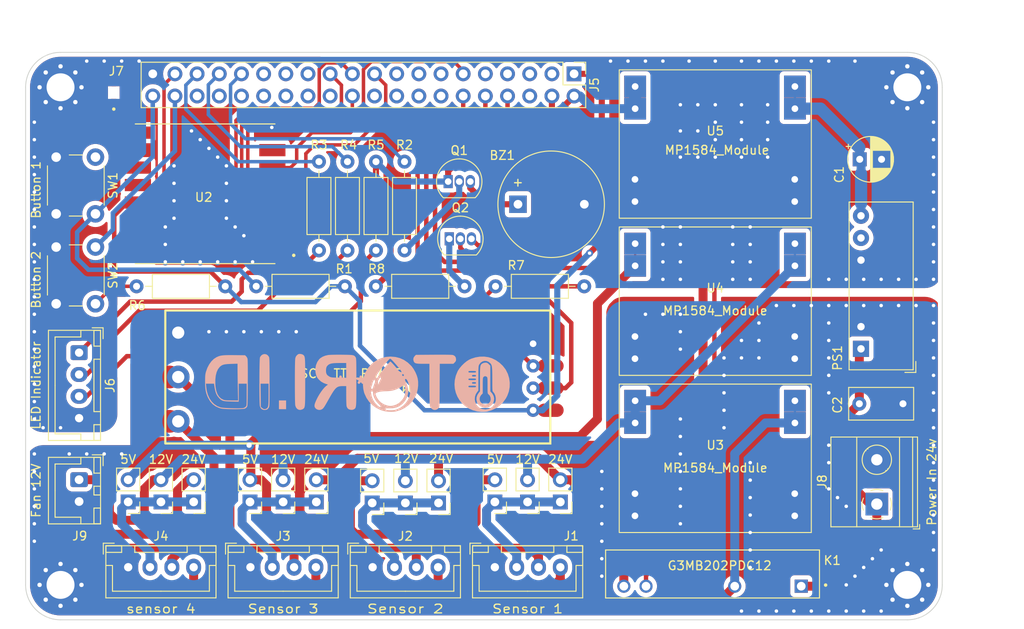
<source format=kicad_pcb>
(kicad_pcb (version 20211014) (generator pcbnew)
  (layers (0 "F.Cu" signal) (31 "B.Cu" signal) (34 "B.Paste" user) (35 "F.Paste" user) (36 "B.SilkS" user "B.Silkscreen") (37 "F.SilkS" user "F.Silkscreen") (38 "B.Mask" user) (39 "F.Mask" user) (44 "Edge.Cuts" user))
  (net 0 "")
  (net 1 "Net-(BZ1-Pad1)")
  (net 2 "Earth")
  (net 3 "GND")
  (net 4 "+24V")
  (net 5 "Net-(J1-Pad2)")
  (net 6 "RS485_B")
  (net 7 "RS485_A")
  (net 8 "Net-(J2-Pad2)")
  (net 9 "Net-(J3-Pad2)")
  (net 10 "Net-(J4-Pad2)")
  (net 11 "+3V3")
  (net 12 "+5VP")
  (net 17 "TX")
  (net 19 "RX")
  (net 20 "RESET")
  (net 21 "Auto_cut")
  (net 28 "MOSI")
  (net 30 "MISO")
  (net 31 "NSS")
  (net 32 "SCK")
  (net 40 "Buzz")
  (net 42 "Button_2")
  (net 44 "Button_1")
  (net 46 "DIO0")
  (net 47 "Led_1")
  (net 48 "Led_2")
  (net 49 "Net-(J6-Pad1)")
  (net 50 "Net-(J6-Pad2)")
  (net 51 "Net-(J6-Pad3)")
  (net 52 "Net-(AE1-Pad1)")
  (net 53 "VCC")
  (net 54 "+12V")
  (net 55 "+5V")
  (net 56 "Net-(K1-Pad3)")
  (net 58 "Net-(Q1-Pad2)")
  (net 59 "Net-(Q2-Pad1)")
  (net 60 "Net-(Q2-Pad2)")
  (net 66 "24V_System")
  (footprint "MP1584_module:mo" (layer "F.Cu") (at 189 99 180)
    (fp_text reference "U4")
    (fp_text value "MP1584_Module")
  )
  (footprint "Resistor_THT:R_Axial_DIN0207_L6.3mm_D2.5mm_P10.16mm_Horizontal" (layer "F.Cu") (at 153.4 82.52 -90)
    (fp_text reference "R2")
    (fp_text value "2K")
  )
  (footprint "Capacitor_THT:CP_Radial_D5.0mm_P2.50mm" (layer "F.Cu") (at 205.544888 82.25)
    (fp_text reference "C1")
    (fp_text value "2.2uF")
  )
  (footprint "Connector_PinHeader_2.54mm:PinHeader_1x02_P2.54mm_Vertical" (layer "F.Cu") (at 135.7 121.5 180)
    (fp_text reference "JP9" hide)
    (fp_text value "5V")
  )
  (footprint "Button_Switch_THT:SW_PUSH_6mm_H5mm" (layer "F.Cu") (at 118 92.3 -90)
    (fp_text reference "SW2")
    (fp_text value "Button 2")
  )
  (footprint "Resistor_THT:R_Axial_DIN0207_L6.3mm_D2.5mm_P10.16mm_Horizontal" (layer "F.Cu") (at 173.986668 96.8 180)
    (fp_text reference "R7")
    (fp_text value "1K")
  )
  (footprint "MountingHole:MountingHole_3.2mm_M3_Pad_Via" (layer "F.Cu") (at 211 74)
    (fp_text reference "H4" hide)
    (fp_text value "MountingHole_Pad")
  )
  (footprint "Lib_Kicad:LINX_CONMHF4-SMD-G-T" (layer "F.Cu") (at 120.1 74.626)
    (fp_text reference "J7")
    (fp_text value "CONMHF4-SMD-G-T")
  )
  (footprint "Resistor_THT:R_Axial_DIN0207_L6.3mm_D2.5mm_P10.16mm_Horizontal" (layer "F.Cu") (at 136.413334 96.8)
    (fp_text reference "R1")
    (fp_text value "10K")
  )
  (footprint "MP1584_module:mo" (layer "F.Cu") (at 189 81 180)
    (fp_text reference "U5")
    (fp_text value "MP1584_Module")
  )
  (footprint "Connector_JST:JST_XH_B4B-XH-A_1x04_P2.50mm_Vertical" (layer "F.Cu") (at 116.125 104.4 -90)
    (fp_text reference "J6")
    (fp_text value "LED Indicator")
  )
  (footprint "Connector_JST:JST_XH_B4B-XH-A_1x04_P2.50mm_Vertical" (layer "F.Cu") (at 121.75 128.975)
    (fp_text reference "J4")
    (fp_text value "sensor 4")
  )
  (footprint "Resistor_THT:R_Axial_DIN0207_L6.3mm_D2.5mm_P10.16mm_Horizontal" (layer "F.Cu") (at 150.12 96.8)
    (fp_text reference "R8")
    (fp_text value "220")
  )
  (footprint "Connector_JST:JST_XH_B2B-XH-A_1x02_P2.50mm_Vertical" (layer "F.Cu") (at 116.125 118.95 -90)
    (fp_text reference "J9")
    (fp_text value "Fan 12V")
  )
  (footprint "SCM_RS485:SCM_TTL_RS485" (layer "F.Cu") (at 153.8 107.8 180)
    (fp_text reference "U1")
    (fp_text value "SCM_TTL_RS485")
  )
  (footprint "Connector_PinHeader_2.54mm:PinHeader_1x02_P2.54mm_Vertical" (layer "F.Cu") (at 153.5 121.6125 180)
    (fp_text reference "JP11" hide)
    (fp_text value "12V")
  )
  (footprint "TerminalBlock_Phoenix:TerminalBlock_Phoenix_MKDS-1,5-2-5.08_1x02_P5.08mm_Horizontal" (layer "F.Cu") (at 207.505 121.745 90)
    (fp_text reference "J8")
    (fp_text value "Power In 24v")
  )
  (footprint "Button_Switch_THT:SW_PUSH_6mm_H5mm" (layer "F.Cu") (at 118 82 -90)
    (fp_text reference "SW1")
    (fp_text value "Button 1")
  )
  (footprint "Connector_PinHeader_2.54mm:PinHeader_1x02_P2.54mm_Vertical" (layer "F.Cu") (at 139.5 121.5 180)
    (fp_text reference "JP8" hide)
    (fp_text value "12V")
  )
  (footprint "Converter_DCDC:Converter_DCDC_XP_POWER-IHxxxxSH_THT" (layer "F.Cu") (at 205.69 103.96 180)
    (fp_text reference "PS1")
    (fp_text value "B2424s")
  )
  (footprint "Connector_PinHeader_2.54mm:PinHeader_1x02_P2.54mm_Vertical" (layer "F.Cu") (at 129.25 121.495 180)
    (fp_text reference "JP4" hide)
    (fp_text value "24V")
  )
  (footprint "MountingHole:MountingHole_3.2mm_M3_Pad_Via" (layer "F.Cu") (at 211 131)
    (fp_text reference "H3" hide)
    (fp_text value "MountingHole_Pad")
  )
  (footprint "Connector_PinHeader_2.54mm:PinHeader_1x02_P2.54mm_Vertical" (layer "F.Cu") (at 171.25 121.5 180)
    (fp_text reference "JP1" hide)
    (fp_text value "24V")
  )
  (footprint "Package_TO_SOT_THT:TO-92_Inline" (layer "F.Cu") (at 158.4 84.8)
    (fp_text reference "Q1")
    (fp_text value "BC548")
  )
  (footprint "Resistor_THT:R_Axial_DIN0207_L6.3mm_D2.5mm_P10.16mm_Horizontal" (layer "F.Cu") (at 146.866666 82.52 -90)
    (fp_text reference "R4")
    (fp_text value "220")
  )
  (footprint "Connector_JST:JST_XH_B4B-XH-A_1x04_P2.50mm_Vertical" (layer "F.Cu") (at 135.75 128.975)
    (fp_text reference "J3")
    (fp_text value "Sensor 3")
  )
  (footprint "Connector_PinHeader_2.54mm:PinHeader_2x20_P2.54mm_Vertical" (layer "F.Cu") (at 172.825 72.46 -90)
    (fp_text reference "J5")
    (fp_text value "Asus_Tinkerboard_sR2.0")
  )
  (footprint "Resistor_THT:R_Axial_DIN0207_L6.3mm_D2.5mm_P10.16mm_Horizontal" (layer "F.Cu") (at 150.133332 82.52 -90)
    (fp_text reference "R5")
    (fp_text value "220")
  )
  (footprint "MountingHole:MountingHole_3.2mm_M3_Pad_Via" (layer "F.Cu") (at 114 131)
    (fp_text reference "H2" hide)
    (fp_text value "MountingHole_Pad")
  )
  (footprint "Connector_PinHeader_2.54mm:PinHeader_1x02_P2.54mm_Vertical" (layer "F.Cu") (at 167.5 121.5 180)
    (fp_text reference "JP2" hide)
    (fp_text value "12V")
  )
  (footprint "Connector_PinHeader_2.54mm:PinHeader_1x02_P2.54mm_Vertical" (layer "F.Cu") (at 143.3 121.5 180)
    (fp_text reference "JP7" hide)
    (fp_text value "24V")
  )
  (footprint "Lib_Kicad:XCVR_RFM95W-915S2" (layer "F.Cu") (at 130.5625 86.2 180)
    (fp_text reference "U2")
    (fp_text value "RFM95W-915S2")
  )
  (footprint "Connector_PinHeader_2.54mm:PinHeader_1x02_P2.54mm_Vertical" (layer "F.Cu") (at 125.5 121.495 180)
    (fp_text reference "JP5" hide)
    (fp_text value "12V")
  )
  (footprint "Lib_Kicad:RELAY_G3MB202PDC12" (layer "F.Cu") (at 188.6855 129.75 180)
    (fp_text reference "K1")
    (fp_text value "G3MB202PDC12")
  )
  (footprint "MP1584_module:mo" (layer "F.Cu") (at 189 117 180)
    (fp_text reference "U3")
    (fp_text value "MP1584_Module")
  )
  (footprint "Resistor_THT:R_Axial_DIN0207_L6.3mm_D2.5mm_P10.16mm_Horizontal" (layer "F.Cu") (at 122.706668 96.8)
    (fp_text reference "R6")
    (fp_text value "10K")
  )
  (footprint "Connector_PinHeader_2.54mm:PinHeader_1x02_P2.54mm_Vertical" (layer "F.Cu") (at 157.3 121.6125 180)
    (fp_text reference "JP10" hide)
    (fp_text value "24V")
  )
  (footprint "Connector_JST:JST_XH_B4B-XH-A_1x04_P2.50mm_Vertical" (layer "F.Cu") (at 149.75 128.975)
    (fp_text reference "J2")
    (fp_text value "Sensor 2")
  )
  (footprint "MountingHole:MountingHole_3.2mm_M3_Pad_Via" (layer "F.Cu") (at 114 74)
    (fp_text reference "H1" hide)
    (fp_text value "MountingHole_Pad")
  )
  (footprint "Connector_PinHeader_2.54mm:PinHeader_1x02_P2.54mm_Vertical" (layer "F.Cu") (at 149.7 121.6125 180)
    (fp_text reference "JP12" hide)
    (fp_text value "5V")
  )
  (footprint "Connector_PinHeader_2.54mm:PinHeader_1x02_P2.54mm_Vertical" (layer "F.Cu") (at 121.75 121.495 180)
    (fp_text reference "JP6" hide)
    (fp_text value "5V")
  )
  (footprint "Connector_JST:JST_XH_B4B-XH-A_1x04_P2.50mm_Vertical" (layer "F.Cu") (at 163.75 128.975)
    (fp_text reference "J1")
    (fp_text value "Sensor 1")
  )
  (footprint "Connector_PinHeader_2.54mm:PinHeader_1x02_P2.54mm_Vertical" (layer "F.Cu") (at 163.75 121.5 180)
    (fp_text reference "JP3" hide)
    (fp_text value "5V")
  )
  (footprint "Capacitor_THT:C_Rect_L7.2mm_W3.5mm_P5.00mm_FKS2_FKP2_MKS2_MKP2" (layer "F.Cu") (at 205.5 110.25)
    (fp_text reference "C2")
    (fp_text value "100nF")
  )
  (footprint "Resistor_THT:R_Axial_DIN0207_L6.3mm_D2.5mm_P10.16mm_Horizontal" (layer "F.Cu") (at 143.6 82.52 -90)
    (fp_text reference "R3")
    (fp_text value "220")
  )
  (footprint "Buzzer_Beeper:Buzzer_12x9.5RM7.6" (layer "F.Cu") (at 166.4 87.4)
    (fp_text reference "BZ1")
    (fp_text value "Buzzer")
  )
  (footprint "Package_TO_SOT_THT:TO-92_Inline" (layer "F.Cu") (at 158.53 91.36)
    (fp_text reference "Q2")
    (fp_text value "BC548")
  )
  (footprint "Lib_Kicad:otori_logo" (layer "B.Cu") (at 148 108 180)
    (fp_text reference "G***")
    (fp_text value "LOGO" hide)
  )
  (gr_arc (start 215 131) (mid 213.828427 133.828427) (end 211 135) (layer "Edge.Cuts") (width 0.1))
  (gr_arc (start 110 74) (mid 111.171573 71.171573) (end 114 70) (layer "Edge.Cuts") (width 0.1))
  (gr_line (start 215 131) (end 215 74) (layer "Edge.Cuts") (width 0.1))
  (gr_arc (start 114 135) (mid 111.171573 133.828427) (end 110 131) (layer "Edge.Cuts") (width 0.1))
  (gr_line (start 114 135) (end 211 135) (layer "Edge.Cuts") (width 0.1))
  (gr_line (start 110 74) (end 110 131) (layer "Edge.Cuts") (width 0.1))
  (gr_arc (start 211 70) (mid 213.828427 71.171573) (end 215 74) (layer "Edge.Cuts") (width 0.1))
  (gr_line (start 211 70) (end 114 70) (layer "Edge.Cuts") (width 0.1))
  (segment (start 160.94 85.54) (end 162.8 87.4) (width 0.7) (layer "F.Cu") (net 1))
  (segment (start 160.94 84.8) (end 160.94 85.54) (width 0.7) (layer "F.Cu") (net 1))
  (segment (start 162.8 87.4) (end 166.4 87.4) (width 0.7) (layer "F.Cu") (net 1))
  (segment (start 185.2 127) (end 187.6 124.6) (width 1.024) (layer "F.Cu") (net 2))
  (segment (start 187.6 124.6) (end 187.6 88.6) (width 1.024) (layer "F.Cu") (net 2))
  (segment (start 178.5255 131.15) (end 178.5255 129.0745) (width 1.024) (layer "F.Cu") (net 2))
  (segment (start 180.6 127) (end 185.2 127) (width 1.024) (layer "F.Cu") (net 2))
  (segment (start 186.09 87.09) (end 179.8 87.09) (width 1.024) (layer "F.Cu") (net 2))
  (segment (start 187.6 88.6) (end 186.09 87.09) (width 1.024) (layer "F.Cu") (net 2))
  (segment (start 178.5255 129.0745) (end 180.6 127) (width 1.024) (layer "F.Cu") (net 2))
  (via (at 206 96) (size 0.8) (drill 0.4) (layers "F.Cu" "B.Cu") (net 2))
  (via (at 193 94) (size 0.8) (drill 0.4) (layers "F.Cu" "B.Cu") (net 2))
  (via (at 127 85) (size 0.8) (drill 0.4) (layers "F.Cu" "B.Cu") (net 2))
  (via (at 191 92) (size 0.8) (drill 0.4) (layers "F.Cu" "B.Cu") (net 2))
  (via (at 126 94) (size 0.8) (drill 0.4) (layers "F.Cu" "B.Cu") (net 2))
  (via (at 138.2 78.6) (size 0.8) (drill 0.4) (layers "F.Cu" "B.Cu") (net 2))
  (via (at 133 83) (size 0.8) (drill 0.4) (layers "F.Cu" "B.Cu") (net 2))
  (via (at 195 82) (size 0.8) (drill 0.4) (layers "F.Cu" "B.Cu") (net 2))
  (via (at 212 96) (size 0.8) (drill 0.4) (layers "F.Cu" "B.Cu") (net 2))
  (via (at 189 82) (size 0.8) (drill 0.4) (layers "F.Cu" "B.Cu") (net 2))
  (via (at 128 94) (size 0.8) (drill 0.4) (layers "F.Cu" "B.Cu") (net 2))
  (via (at 194 71) (size 0.8) (drill 0.4) (layers "F.Cu" "B.Cu") (net 2))
  (via (at 132 82) (size 0.8) (drill 0.4) (layers "F.Cu" "B.Cu") (net 2))
  (via (at 134 90) (size 0.8) (drill 0.4) (layers "F.Cu" "B.Cu") (net 2))
  (via (at 111 108) (size 0.8) (drill 0.4) (layers "F.Cu" "B.Cu") (net 2))
  (via (at 127 89) (size 0.8) (drill 0.4) (layers "F.Cu" "B.Cu") (net 2))
  (via (at 123 71) (size 0.8) (drill 0.4) (layers "F.Cu" "B.Cu") (net 2))
  (via (at 195 78) (size 0.8) (drill 0.4) (layers "F.Cu" "B.Cu") (net 2))
  (via (at 119 71) (size 0.8) (drill 0.4) (layers "F.Cu" "B.Cu") (net 2))
  (via (at 214 86) (size 0.8) (drill 0.4) (layers "F.Cu" "B.Cu") (net 2))
  (via (at 193 92) (size 0.8) (drill 0.4) (layers "F.Cu" "B.Cu") (net 2))
  (via (at 132 94) (size 0.8) (drill 0.4) (layers "F.Cu" "B.Cu") (net 2))
  (via (at 214 88) (size 0.8) (drill 0.4) (layers "F.Cu" "B.Cu") (net 2))
  (via (at 133 87) (size 0.8) (drill 0.4) (layers "F.Cu" "B.Cu") (net 2))
  (via (at 111 92) (size 0.8) (drill 0.4) (layers "F.Cu" "B.Cu") (net 2))
  (via (at 189 71) (size 0.8) (drill 0.4) (layers "F.Cu" "B.Cu") (net 2))
  (via (at 208 96) (size 0.8) (drill 0.4) (layers "F.Cu" "B.Cu") (net 2))
  (via (at 214 80) (size 0.8) (drill 0.4) (layers "F.Cu" "B.Cu") (net 2))
  (via (at 130 80) (size 0.8) (drill 0.4) (layers "F.Cu" "B.Cu") (net 2))
  (via (at 111 80) (size 0.8) (drill 0.4) (layers "F.Cu" "B.Cu") (net 2))
  (via (at 127 83) (size 0.8) (drill 0.4) (layers "F.Cu" "B.Cu") (net 2))
  (via (at 111 102) (size 0.8) (drill 0.4) (layers "F.Cu" "B.Cu") (net 2))
  (via (at 111 112) (size 0.8) (drill 0.4) (layers "F.Cu" "B.Cu") (net 2))
  (via (at 111 96) (size 0.8) (drill 0.4) (layers "F.Cu" "B.Cu") (net 2))
  (via (at 121 71) (size 0.8) (drill 0.4) (layers "F.Cu" "B.Cu") (net 2))
  (via (at 191 90) (size 0.8) (drill 0.4) (layers "F.Cu" "B.Cu") (net 2))
  (via (at 198 71) (size 0.8) (drill 0.4) (layers "F.Cu" "B.Cu") (net 2))
  (via (at 202 71) (size 0.8) (drill 0.4) (layers "F.Cu" "B.Cu") (net 2))
  (via (at 133 85) (size 0.8) (drill 0.4) (layers "F.Cu" "B.Cu") (net 2))
  (via (at 214 84) (size 0.8) (drill 0.4) (layers "F.Cu" "B.Cu") (net 2))
  (via (at 189 78) (size 0.8) (drill 0.4) (layers "F.Cu" "B.Cu") (net 2))
  (via (at 177 71) (size 0.8) (drill 0.4) (layers "F.Cu" "B.Cu") (net 2))
  (via (at 195 76) (size 0.8) (drill 0.4) (layers "F.Cu" "B.Cu") (net 2))
  (via (at 210 96) (size 0.8) (drill 0.4) (layers "F.Cu" "B.Cu") (net 2))
  (via (at 111 110) (size 0.8) (drill 0.4) (layers "F.Cu" "B.Cu") (net 2))
  (via (at 191 96) (size 0.8) (drill 0.4) (layers "F.Cu" "B.Cu") (net 2))
  (via (at 126 92) (size 0.8) (drill 0.4) (layers "F.Cu" "B.Cu") (net 2))
  (via (at 214 96) (size 0.8) (drill 0.4) (layers "F.Cu" "B.Cu") (net 2))
  (via (at 192 76) (size 0.8) (drill 0.4) (layers "F.Cu" "B.Cu") (net 2))
  (via (at 183 92) (size 0.8) (drill 0.4) (layers "F.Cu" "B.Cu") (net 2))
  (via (at 111 88) (size 0.8) (drill 0.4) (layers "F.Cu" "B.Cu") (net 2))
  (via (at 187 79) (size 0.8) (drill 0.4) (layers "F.Cu" "B.Cu") (net 2))
  (via (at 111 98) (size 0.8) (drill 0.4) (layers "F.Cu" "B.Cu") (net 2))
  (via (at 186 71) (size 0.8) (drill 0.4) (layers "F.Cu" "B.Cu") (net 2))
  (via (at 185 92) (size 0.8) (drill 0.4) (layers "F.Cu" "B.Cu") (net 2))
  (via (at 181 71) (size 0.8) (drill 0.4) (layers "F.Cu" "B.Cu") (net 2))
  (via (at 193 96) (size 0.8) (drill 0.4) (layers "F.Cu" "B.Cu") (net 2))
  (via (at 111 100) (size 0.8) (drill 0.4) (layers "F.Cu" "B.Cu") (net 2))
  (via (at 131 81) (size 0.8) (drill 0.4) (layers "F.Cu" "B.Cu") (net 2))
  (via (at 185 82) (size 0.8) (drill 0.4) (layers "F.Cu" "B.Cu") (net 2))
  (via (at 192 71) (size 0.8) (drill 0.4) (layers "F.Cu" "B.Cu") (net 2))
  (via (at 187 82) (size 0.8) (drill 0.4) (layers "F.Cu" "B.Cu") (net 2))
  (via (at 130 94) (size 0.8) (drill 0.4) (layers "F.Cu" "B.Cu") (net 2))
  (via (at 214 90) (size 0.8) (drill 0.4) (layers "F.Cu" "B.Cu") (net 2))
  (via (at 185 79) (size 0.8) (drill 0.4) (layers "F.Cu" "B.Cu") (net 2))
  (via (at 135 91) (size 0.8) (drill 0.4) (layers "F.Cu" "B.Cu") (net 2))
  (via (at 214 92) (size 0.8) (drill 0.4) (layers "F.Cu" "B.Cu") (net 2))
  (via (at 133 89) (size 0.8) (drill 0.4) (layers "F.Cu" "B.Cu") (net 2))
  (via (at 126 90) (size 0.8) (drill 0.4) (layers "F.Cu" "B.Cu") (net 2))
  (via (at 192 80) (size 0.8) (drill 0.4) (layers "F.Cu" "B.Cu") (net 2))
  (via (at 136 94) (size 0.8) (drill 0.4) (layers "F.Cu" "B.Cu") (net 2))
  (via (at 134 94) (size 0.8) (drill 0.4) (layers "F.Cu" "B.Cu") (net 2))
  (via (at 214 82) (size 0.8) (drill 0.4) (layers "F.Cu" "B.Cu") (net 2))
  (via (at 204 96) (size 0.8) (drill 0.4) (layers "F.Cu" "B.Cu") (net 2))
  (via (at 185 76) (size 0.8) (drill 0.4) (layers "F.Cu" "B.Cu") (net 2))
  (via (at 127 87) (size 0.8) (drill 0.4) (layers "F.Cu" "B.Cu") (net 2))
  (via (at 112 113) (size 0.8) (drill 0.4) (layers "F.Cu" "B.Cu") (net 2))
  (via (at 214 78) (size 0.8) (drill 0.4) (layers "F.Cu" "B.Cu") (net 2))
  (via (at 185 96) (size 0.8) (drill 0.4) (layers "F.Cu" "B.Cu") (net 2))
  (via (at 185 90) (size 0.8) (drill 0.4) (layers "F.Cu" "B.Cu") (net 2))
  (via (at 200 71) (size 0.8) (drill 0.4) (layers "F.Cu" "B.Cu") (net 2))
  (via (at 114 113) (size 0.8) (drill 0.4) (layers "F.Cu" "B.Cu") (net 2))
  (via (at 183 90) (size 0.8) (drill 0.4) (layers "F.Cu" "B.Cu") (net 2))
  (via (at 187 76) (size 0.8) (drill 0.4) (layers "F.Cu" "B.Cu") (net 2))
  (via (at 179 71) (size 0.8) (drill 0.4) (layers "F.Cu" "B.Cu") (net 2))
  (via (at 214 94) (size 0.8) (drill 0.4) (layers "F.Cu" "B.Cu") (net 2))
  (via (at 183 94) (size 0.8) (drill 0.4) (layers "F.Cu" "B.Cu") (net 2))
  (via (at 189 80) (size 0.8) (drill 0.4) (layers "F.Cu" "B.Cu") (net 2))
  (via (at 195 80) (size 0.8) (drill 0.4) (layers "F.Cu" "B.Cu") (net 2))
  (via (at 111 104) (size 0.8) (drill 0.4) (layers "F.Cu" "B.Cu") (net 2))
  (via (at 111 78) (size 0.8) (drill 0.4) (layers "F.Cu" "B.Cu") (net 2))
  (via (at 192 78) (size 0.8) (drill 0.4) (layers "F.Cu" "B.Cu") (net 2))
  (via (at 111 94) (size 0.8) (drill 0.4) (layers "F.Cu" "B.Cu") (net 2))
  (via (at 111 90) (size 0.8) (drill 0.4) (layers "F.Cu" "B.Cu") (net 2))
  (via (at 191 94) (size 0.8) (drill 0.4) (layers "F.Cu" "B.Cu") (net 2))
  (via (at 202 96) (size 0.8) (drill 0.4) (layers "F.Cu" "B.Cu") (net 2))
  (via (at 185 94) (size 0.8) (drill 0.4) (layers "F.Cu" "B.Cu") (net 2))
  (via (at 117 71) (size 0.8) (drill 0.4) (layers "F.Cu" "B.Cu") (net 2))
  (via (at 189 76) (size 0.8) (drill 0.4) (layers "F.Cu" "B.Cu") (net 2))
  (via (at 192 82) (size 0.8) (drill 0.4) (layers "F.Cu" "B.Cu") (net 2))
  (via (at 205 71) (size 0.8) (drill 0.4) (layers "F.Cu" "B.Cu") (net 2))
  (via (at 111 84) (size 0.8) (drill 0.4) (layers "F.Cu" "B.Cu") (net 2))
  (via (at 193 90) (size 0.8) (drill 0.4) (layers "F.Cu" "B.Cu") (net 2))
  (via (at 111 86) (size 0.8) (drill 0.4) (layers "F.Cu" "B.Cu") (net 2))
  (via (at 183 96) (size 0.8) (drill 0.4) (layers "F.Cu" "B.Cu") (net 2))
  (via (at 196 71) (size 0.8) (drill 0.4) (layers "F.Cu" "B.Cu") (net 2))
  (via (at 111 106) (size 0.8) (drill 0.4) (layers "F.Cu" "B.Cu") (net 2))
  (via (at 129 79) (size 0.8) (drill 0.4) (layers "F.Cu" "B.Cu") (net 2))
  (via (at 183 71) (size 0.8) (drill 0.4) (layers "F.Cu" "B.Cu") (net 2))
  (via (at 111 82) (size 0.8) (drill 0.4) (layers "F.Cu" "B.Cu") (net 2))
  (via (at 194 101) (size 0.8) (drill 0.4) (layers "F.Cu" "B.Cu") (net 3))
  (via (at 204 122) (size 0.8) (drill 0.4) (layers "F.Cu" "B.Cu") (net 3))
  (via (at 185 122) (size 0.8) (drill 0.4) (layers "F.Cu" "B.Cu") (net 3))
  (via (at 193 119) (size 0.8) (drill 0.4) (layers "F.Cu" "B.Cu") (net 3))
  (via (at 202 107) (size 0.8) (drill 0.4) (layers "F.Cu" "B.Cu") (net 3))
  (via (at 185 120) (size 0.8) (drill 0.4) (layers "F.Cu" "B.Cu") (net 3))
  (via (at 135 102) (size 0.8) (drill 0.4) (layers "F.Cu" "B.Cu") (net 3))
  (via (at 133 102) (size 0.8) (drill 0.4) (layers "F.Cu" "B.Cu") (net 3))
  (via (at 214 111) (size 0.8) (drill 0.4) (layers "F.Cu" "B.Cu") (net 3))
  (via (at 176 124) (size 0.8) (drill 0.4) (layers "F.Cu" "B.Cu") (net 3))
  (via (at 176 122) (size 0.8) (drill 0.4) (layers "F.Cu" "B.Cu") (net 3))
  (via (at 202 101) (size 0.8) (drill 0.4) (layers "F.Cu" "B.Cu") (net 3))
  (via (at 202 115) (size 0.8) (drill 0.4) (layers "F.Cu" "B.Cu") (net 3))
  (via (at 203 121) (size 0.8) (drill 0.4) (layers "F.Cu" "B.Cu") (net 3))
  (via (at 194 105) (size 0.8) (drill 0.4) (layers "F.Cu" "B.Cu") (net 3))
  (via (at 176 130) (size 0.8) (drill 0.4) (layers "F.Cu" "B.Cu") (net 3))
  (via (at 202 99) (size 0.8) (drill 0.4) (layers "F.Cu" "B.Cu") (net 3))
  (via (at 185 104) (size 0.8) (drill 0.4) (layers "F.Cu" "B.Cu") (net 3))
  (via (at 198 99) (size 0.8) (drill 0.4) (layers "F.Cu" "B.Cu") (net 3))
  (via (at 176 128) (size 0.8) (drill 0.4) (layers "F.Cu" "B.Cu") (net 3))
  (via (at 214 101) (size 0.8) (drill 0.4) (layers "F.Cu" "B.Cu") (net 3))
  (via (at 214 119) (size 0.8) (drill 0.4) (layers "F.Cu" "B.Cu") (net 3))
  (via (at 214 115) (size 0.8) (drill 0.4) (layers "F.Cu" "B.Cu") (net 3))
  (via (at 111 126) (size 0.8) (drill 0.4) (layers "F.Cu" "B.Cu") (net 3))
  (via (at 202 103) (size 0.8) (drill 0.4) (layers "F.Cu" "B.Cu") (net 3))
  (via (at 196 99) (size 0.8) (drill 0.4) (layers "F.Cu" "B.Cu") (net 3))
  (via (at 214 105) (size 0.8) (drill 0.4) (layers "F.Cu" "B.Cu") (net 3))
  (via (at 202 120) (size 0.8) (drill 0.4) (layers "F.Cu" "B.Cu") (net 3))
  (via (at 214 107) (size 0.8) (drill 0.4) (layers "F.Cu" "B.Cu") (net 3))
  (via (at 111 124) (size 0.8) (drill 0.4) (layers "F.Cu" "B.Cu") (net 3))
  (via (at 192 134) (size 0.8) (drill 0.4) (layers "F.Cu" "B.Cu") (net 3))
  (via (at 141 102) (size 0.8) (drill 0.4) (layers "F.Cu" "B.Cu") (net 3))
  (via (at 214 113) (size 0.8) (drill 0.4) (layers "F.Cu" "B.Cu") (net 3))
  (via (at 204 99) (size 0.8) (drill 0.4) (layers "F.Cu" "B.Cu") (net 3))
  (via (at 207 128) (size 0.8) (drill 0.4) (layers "F.Cu" "B.Cu") (net 3))
  (via (at 176 126) (size 0.8) (drill 0.4) (layers "F.Cu" "B.Cu") (net 3))
  (via (at 206 134) (size 0.8) (drill 0.4) (layers "F.Cu" "B.Cu") (net 3))
  (via (at 185 118) (size 0.8) (drill 0.4) (layers "F.Cu" "B.Cu") (net 3))
  (via (at 206 129) (size 0.8) (drill 0.4) (layers "F.Cu" "B.Cu") (net 3))
  (via (at 190 111) (size 0.8) (drill 0.4) (layers "F.Cu" "B.Cu") (net 3))
  (via (at 214 117) (size 0.8) (drill 0.4) (layers "F.Cu" "B.Cu") (net 3))
  (via (at 131 102) (size 0.8) (drill 0.4) (layers "F.Cu" "B.Cu") (net 3))
  (via (at 205 130) (size 0.8) (drill 0.4) (layers "F.Cu" "B.Cu") (net 3))
  (via (at 198 134) (size 0.8) (drill 0.4) (layers "F.Cu" "B.Cu") (net 3))
  (via (at 214 99) (size 0.8) (drill 0.4) (layers "F.Cu" "B.Cu") (net 3))
  (via (at 208 134) (size 0.8) (drill 0.4) (layers "F.Cu" "B.Cu") (net 3))
  (via (at 190 109) (size 0.8) (drill 0.4) (layers "F.Cu" "B.Cu") (net 3))
  (via (at 190 113) (size 0.8) (drill 0.4) (layers "F.Cu" "B.Cu") (net 3))
  (via (at 214 127) (size 0.8) (drill 0.4) (layers "F.Cu" "B.Cu") (net 3))
  (via (at 139 102) (size 0.8) (drill 0.4) (layers "F.Cu" "B.Cu") (net 3))
  (via (at 202 105) (size 0.8) (drill 0.4) (layers "F.Cu" "B.Cu") (net 3))
  (via (at 111 120) (size 0.8) (drill 0.4) (layers "F.Cu" "B.Cu") (net 3))
  (via (at 214 121) (size 0.8) (drill 0.4) (layers "F.Cu" "B.Cu") (net 3))
  (via (at 111 122) (size 0.8) (drill 0.4) (layers "F.Cu" "B.Cu") (net 3))
  (via (at 119 116) (size 0.8) (drill 0.4) (layers "F.Cu" "B.Cu") (net 3))
  (via (at 185 116) (size 0.8) (drill 0.4) (layers "F.Cu" "B.Cu") (net 3))
  (via (at 193 123) (size 0.8) (drill 0.4) (layers "F.Cu" "B.Cu") (net 3))
  (via (at 185 114) (size 0.8) (drill 0.4) (layers "F.Cu" "B.Cu") (net 3))
  (via (at 185 100) (size 0.8) (drill 0.4) (layers "F.Cu" "B.Cu") (net 3))
  (via (at 185 112) (size 0.8) (drill 0.4) (layers "F.Cu" "B.Cu") (net 3))
  (via (at 193 121) (size 0.8) (drill 0.4) (layers "F.Cu" "B.Cu") (net 3))
  (via (at 185 124) (size 0.8) (drill 0.4) (layers "F.Cu" "B.Cu") (net 3))
  (via (at 214 125) (size 0.8) (drill 0.4) (layers "F.Cu" "B.Cu") (net 3))
  (via (at 115 116) (size 0.8) (drill 0.4) (layers "F.Cu" "B.Cu") (net 3))
  (via (at 121 116) (size 0.8) (drill 0.4) (layers "F.Cu" "B.Cu") (net 3))
  (via (at 137 102) (size 0.8) (drill 0.4) (layers "F.Cu" "B.Cu") (net 3))
  (via (at 176 120) (size 0.8) (drill 0.4) (layers "F.Cu" "B.Cu") (net 3))
  (via (at 214 109) (size 0.8) (drill 0.4) (layers "F.Cu" "B.Cu") (net 3))
  (via (at 202 109) (size 0.8) (drill 0.4) (layers "F.Cu" "B.Cu") (net 3))
  (via (at 176 118) (size 0.8) (drill 0.4) (layers "F.Cu" "B.Cu") (net 3))
  (via (at 206 99) (size 0.8) (drill 0.4) (layers "F.Cu" "B.Cu") (net 3))
  (via (at 202 134) (size 0.8) (drill 0.4) (layers "F.Cu" "B.Cu") (net 3))
  (via (at 214 103) (size 0.8) (drill 0.4) (layers "F.Cu" "B.Cu") (net 3))
  (via (at 204 131) (size 0.8) (drill 0.4) (layers "F.Cu" "B.Cu") (net 3))
  (via (at 193 129) (size 0.8) (drill 0.4) (layers "F.Cu" "B.Cu") (net 3))
  (via (at 194 134) (size 0.8) (drill 0.4) (layers "F.Cu" "B.Cu") (net 3))
  (via (at 111 116) (size 0.8) (drill 0.4) (layers "F.Cu" "B.Cu") (net 3))
  (via (at 202 117) (size 0.8) (drill 0.4) (layers "F.Cu" "B.Cu") (net 3))
  (via (at 208 127) (size 0.8) (drill 0.4) (layers "F.Cu" "B.Cu") (net 3))
  (via (at 214 123) (size 0.8) (drill 0.4) (layers "F.Cu" "B.Cu") (net 3))
  (via (at 190 107) (size 0.8) (drill 0.4) (layers "F.Cu" "B.Cu") (net 3))
  (via (at 200 99) (size 0.8) (drill 0.4) (layers "F.Cu" "B.Cu") (net 3))
  (via (at 204 134) (size 0.8) (drill 0.4) (layers "F.Cu" "B.Cu") (net 3))
  (via (at 194 103) (size 0.8) (drill 0.4) (layers "F.Cu" "B.Cu") (net 3))
  (via (at 193 127) (size 0.8) (drill 0.4) (layers "F.Cu" "B.Cu") (net 3))
  (via (at 193 125) (size 0.8) (drill 0.4) (layers "F.Cu" "B.Cu") (net 3))
  (via (at 183 100) (size 0.8) (drill 0.4) (layers "F.Cu" "B.Cu") (net 3))
  (via (at 111 118) (size 0.8) (drill 0.4) (layers "F.Cu" "B.Cu") (net 3))
  (via (at 117 116) (size 0.8) (drill 0.4) (layers "F.Cu" "B.Cu") (net 3))
  (via (at 185 102) (size 0.8) (drill 0.4) (layers "F.Cu" "B.Cu") (net 3))
  (via (at 212 99) (size 0.8) (drill 0.4) (layers "F.Cu" "B.Cu") (net 3))
  (via (at 200 134) (size 0.8) (drill 0.4) (layers "F.Cu" "B.Cu") (net 3))
  (via (at 193 117) (size 0.8) (drill 0.4) (layers "F.Cu" "B.Cu") (net 3))
  (via (at 196 134) (size 0.8) (drill 0.4) (layers "F.Cu" "B.Cu") (net 3))
  (via (at 181 100) (size 0.8) (drill 0.4) (layers "F.Cu" "B.Cu") (net 3))
  (via (at 192 103) (size 0.8) (drill 0.4) (layers "F.Cu" "B.Cu") (net 3))
  (via (at 210 99) (size 0.8) (drill 0.4) (layers "F.Cu" "B.Cu") (net 3))
  (via (at 208 99) (size 0.8) (drill 0.4) (layers "F.Cu" "B.Cu") (net 3))
  (via (at 192 105) (size 0.8) (drill 0.4) (layers "F.Cu" "B.Cu") (net 3))
  (via (at 190 105) (size 0.8) (drill 0.4) (layers "F.Cu" "B.Cu") (net 3))
  (segment (start 168.79 116.5) (end 171.25 118.96) (width 1.024) (layer "F.Cu") (net 4))
  (segment (start 157.5 116.5) (end 168.79 116.5) (width 1.024) (layer "F.Cu") (net 4))
  (segment (start 119.8 125.2) (end 118.2 126.8) (width 1.024) (layer "F.Cu") (net 4))
  (segment (start 189.1755 133.2) (end 191.2255 131.15) (width 1.024) (layer "F.Cu") (net 4))
  (segment (start 127.4 122.718022) (end 124.918022 125.2) (width 1.024) (layer "F.Cu") (net 4))
  (segment (start 173.8 120.307919) (end 173.8 133.2) (width 1.024) (layer "F.Cu") (net 4))
  (segment (start 148 116.5) (end 157.5 116.5) (width 1.024) (layer "F.Cu") (net 4))
  (segment (start 172.452081 118.96) (end 173.8 120.307919) (width 1.024) (layer "F.Cu") (net 4))
  (segment (start 124.918022 125.2) (end 119.8 125.2) (width 1.024) (layer "F.Cu") (net 4))
  (segment (start 157.3 119.0725) (end 157.3 116.7) (width 1.024) (layer "F.Cu") (net 4))
  (segment (start 128.645 118.955) (end 127.4 120.2) (width 1.024) (layer "F.Cu") (net 4))
  (segment (start 143.3 118.96) (end 145.54 118.96) (width 1.024) (layer "F.Cu") (net 4))
  (segment (start 157.3 116.7) (end 157.5 116.5) (width 1.024) (layer "F.Cu") (net 4))
  (segment (start 145.54 118.96) (end 148 116.5) (width 1.024) (layer "F.Cu") (net 4))
  (segment (start 118.2 131.8) (end 119.6 133.2) (width 1.024) (layer "F.Cu") (net 4))
  (segment (start 129.25 118.955) (end 128.645 118.955) (width 1.024) (layer "F.Cu") (net 4))
  (segment (start 173.8 133.2) (end 189.1755 133.2) (width 1.024) (layer "F.Cu") (net 4))
  (segment (start 171.25 118.96) (end 172.452081 118.96) (width 1.024) (layer "F.Cu") (net 4))
  (segment (start 119.6 133.2) (end 173.8 133.2) (width 1.024) (layer "F.Cu") (net 4))
  (segment (start 118.2 126.8) (end 118.2 131.8) (width 1.024) (layer "F.Cu") (net 4))
  (segment (start 127.4 120.2) (end 127.4 122.718022) (width 1.024) (layer "F.Cu") (net 4))
  (segment (start 198.12 109.91) (end 198.12 112.45) (width 0.25) (layer "B.Cu") (net 4))
  (segment (start 194.75 112.45) (end 198.12 112.45) (width 1.024) (layer "B.Cu") (net 4))
  (segment (start 191.2255 115.9745) (end 194.75 112.45) (width 1.024) (layer "B.Cu") (net 4))
  (segment (start 191.2255 131.15) (end 191.2255 115.9745) (width 1.024) (layer "B.Cu") (net 4))
  (segment (start 163.75 121.5) (end 162.8 122.45) (width 1.024) (layer "B.Cu") (net 5))
  (segment (start 163.75 121.5) (end 167.5 121.5) (width 1.024) (layer "B.Cu") (net 5))
  (segment (start 167.5 121.5) (end 171.25 121.5) (width 1.024) (layer "B.Cu") (net 5))
  (segment (start 162.8 122.45) (end 162.8 124) (width 1.024) (layer "B.Cu") (net 5))
  (segment (start 166.25 127.45) (end 166.25 128.975) (width 1.024) (layer "B.Cu") (net 5))
  (segment (start 162.8 124) (end 166.25 127.45) (width 1.024) (layer "B.Cu") (net 5))
  (segment (start 140.8 126.8) (end 154.4 126.8) (width 1.024) (layer "F.Cu") (net 6))
  (segment (start 140.75 126.85) (end 140.8 126.8) (width 1.024) (layer "F.Cu") (net 6))
  (segment (start 167.8 126.8) (end 168.75 127.75) (width 1.024) (layer "F.Cu") (net 6))
  (segment (start 133.4 113.105) (end 133.4 126.2) (width 1.024) (layer "F.Cu") (net 6))
  (segment (start 127.48 107.185) (end 133.4 113.105) (width 1.024) (layer "F.Cu") (net 6))
  (segment (start 126.75 128.05) (end 126.75 128.975) (width 1.024) (layer "F.Cu") (net 6))
  (segment (start 168.75 127.75) (end 168.75 128.975) (width 1.024) (layer "F.Cu") (net 6))
  (segment (start 132.8 126.8) (end 128 126.8) (width 1.024) (layer "F.Cu") (net 6))
  (segment (start 133.4 126.2) (end 132.8 126.8) (width 1.024) (layer "F.Cu") (net 6))
  (segment (start 140.75 128.975) (end 140.75 126.85) (width 1.024) (layer "F.Cu") (net 6))
  (segment (start 132.8 126.8) (end 140.8 126.8) (width 1.024) (layer "F.Cu") (net 6))
  (segment (start 154.75 128.975) (end 154.75 127.15) (width 1.024) (layer "F.Cu") (net 6))
  (segment (start 154.4 126.8) (end 167.8 126.8) (width 1.024) (layer "F.Cu") (net 6))
  (segment (start 128 126.8) (end 126.75 128.05) (width 1.024) (layer "F.Cu") (net 6))
  (segment (start 125.8 107.185) (end 124.415 107.185) (width 1.024) (layer "F.Cu") (net 6))
  (segment (start 154.75 127.15) (end 154.4 126.8) (width 1.024) (layer "F.Cu") (net 6))
  (segment (start 131.57648 124.62352) (end 131 125.2) (width 1.024) (layer "F.Cu") (net 7))
  (segment (start 170 131.6) (end 171.25 130.35) (width 1.024) (layer "F.Cu") (net 7))
  (segment (start 119.6 127.8) (end 119.6 130.6) (width 1.024) (layer "F.Cu") (net 7))
  (segment (start 119.6 130.6) (end 120.6 131.6) (width 1.024) (layer "F.Cu") (net 7))
  (segment (start 129.2 131.6) (end 129.2 131.3) (width 1.024) (layer "F.Cu") (net 7))
  (segment (start 143.4 131.6) (end 129.2 131.6) (width 1.024) (layer "F.Cu") (net 7))
  (segment (start 171.25 130.35) (end 171.25 128.975) (width 1.024) (layer "F.Cu") (net 7))
  (segment (start 157.2 131.6) (end 170 131.6) (width 1.024) (layer "F.Cu") (net 7))
  (segment (start 157 131.6) (end 157.25 131.35) (width 1.024) (layer "F.Cu") (net 7))
  (segment (start 131.57648 116.36148) (end 131.57648 124.62352) (width 1.024) (layer "F.Cu") (net 7))
  (segment (start 131 125.2) (end 127.2 125.2) (width 1.024) (layer "F.Cu") (net 7))
  (segment (start 120.6 126.8) (end 119.6 127.8) (width 1.024) (layer "F.Cu") (net 7))
  (segment (start 143.6 131.6) (end 157 131.6) (width 1.024) (layer "F.Cu") (net 7))
  (segment (start 127.2 125.2) (end 125.6 126.8) (width 1.024) (layer "F.Cu") (net 7))
  (segment (start 120.6 131.6) (end 129 131.6) (width 1.024) (layer "F.Cu") (net 7))
  (segment (start 143.25 131.35) (end 143.4 131.5) (width 1.024) (layer "F.Cu") (net 7))
  (segment (start 125.6 126.8) (end 120.6 126.8) (width 1.024) (layer "F.Cu") (net 7))
  (segment (start 129.25 131.25) (end 129.25 128.975) (width 1.024) (layer "F.Cu") (net 7))
  (segment (start 129.2 131.3) (end 129.25 131.25) (width 1.024) (layer "F.Cu") (net 7))
  (segment (start 127.48 112.265) (end 131.57648 116.36148) (width 1.024) (layer "F.Cu") (net 7))
  (segment (start 143.25 128.975) (end 143.25 131.35) (width 1.024) (layer "F.Cu") (net 7))
  (segment (start 157.25 131.35) (end 157.25 128.975) (width 1.024) (layer "F.Cu") (net 7))
  (segment (start 143.4 131.5) (end 143.4 131.6) (width 1.024) (layer "F.Cu") (net 7))
  (segment (start 152.25 127.85) (end 152.25 128.975) (width 1.024) (layer "B.Cu") (net 8))
  (segment (start 148.6 124.2) (end 152.25 127.85) (width 1.024) (layer "B.Cu") (net 8))
  (segment (start 153.5 121.6125) (end 157.3 121.6125) (width 1.024) (layer "B.Cu") (net 8))
  (segment (start 149.7 121.6125) (end 153.5 121.6125) (width 1.024) (layer "B.Cu") (net 8))
  (segment (start 148.6 122.7125) (end 148.6 124.2) (width 1.024) (layer "B.Cu") (net 8))
  (segment (start 149.7 121.6125) (end 148.6 122.7125) (width 1.024) (layer "B.Cu") (net 8))
  (segment (start 138.25 127.45) (end 138.25 128.975) (width 1.024) (layer "B.Cu") (net 9))
  (segment (start 143.3 121.5) (end 139.5 121.5) (width 1.024) (layer "B.Cu") (net 9))
  (segment (start 134.8 122.4) (end 134.8 124) (width 1.024) (layer "B.Cu") (net 9))
  (segment (start 139.5 121.5) (end 135.7 121.5) (width 1.024) (layer "B.Cu") (net 9))
  (segment (start 134.8 124) (end 138.25 127.45) (width 1.024) (layer "B.Cu") (net 9))
  (segment (start 135.7 121.5) (end 134.8 122.4) (width 1.024) (layer "B.Cu") (net 9))
  (segment (start 121 122.245) (end 121 124) (width 1.024) (layer "B.Cu") (net 10))
  (segment (start 121 124) (end 124.25 127.25) (width 1.024) (layer "B.Cu") (net 10))
  (segment (start 129.25 121.495) (end 125.5 121.495) (width 1.024) (layer "B.Cu") (net 10))
  (segment (start 121.75 121.495) (end 121 122.245) (width 1.024) (layer "B.Cu") (net 10))
  (segment (start 125.5 121.495) (end 121.75 121.495) (width 1.024) (layer "B.Cu") (net 10))
  (segment (start 124.25 127.25) (end 124.25 128.975) (width 1.024) (layer "B.Cu") (net 10))
  (segment (start 120.6 95.1) (end 131.166668 95.1) (width 0.512) (layer "F.Cu") (net 11))
  (segment (start 121.65 87.2) (end 120.15 88.7) (width 0.512) (layer "F.Cu") (net 11))
  (segment (start 131.166668 95.1) (end 132.866668 96.8) (width 0.512) (layer "F.Cu") (net 11))
  (segment (start 176 91.3) (end 176 91.6) (width 0.7) (layer "F.Cu") (net 11))
  (segment (start 176 73.9) (end 176 91.3) (width 0.7) (layer "F.Cu") (net 11))
  (segment (start 176 91.6) (end 174.6 93) (width 0.7) (layer "F.Cu") (net 11))
  (segment (start 172.825 72.46) (end 174.56 72.46) (width 0.7) (layer "F.Cu") (net 11))
  (segment (start 120.15 94.65) (end 120.6 95.1) (width 0.512) (layer "F.Cu") (net 11))
  (segment (start 120.15 88.7) (end 120.15 94.65) (width 0.512) (layer "F.Cu") (net 11))
  (segment (start 174.56 72.46) (end 175.2 73.1) (width 0.7) (layer "F.Cu") (net 11))
  (segment (start 122.8625 87.2) (end 121.65 87.2) (width 0.512) (layer "F.Cu") (net 11))
  (segment (start 175.2 73.1) (end 176 73.9) (width 0.7) (layer "F.Cu") (net 11))
  (via (at 174.6 93) (size 0.8) (drill 0.4) (layers "F.Cu" "B.Cu") (net 11))
  (segment (start 134.7 98.6) (end 132.9 96.8) (width 0.512) (layer "B.Cu") (net 11))
  (segment (start 155.695 110.995) (end 168.13 110.995) (width 0.512) (layer "B.Cu") (net 11))
  (segment (start 146.573334 96.8) (end 145 96.8) (width 0.512) (layer "B.Cu") (net 11))
  (segment (start 146.573334 96.8) (end 148.3 98.526666) (width 0.512) (layer "B.Cu") (net 11))
  (segment (start 168.135 111) (end 168.13 110.995) (width 0.7) (layer "B.Cu") (net 11))
  (segment (start 169.2 111) (end 168.135 111) (width 0.7) (layer "B.Cu") (net 11))
  (segment (start 170.9 96.7) (end 170.9 109.3) (width 0.7) (layer "B.Cu") (net 11))
  (segment (start 170.9 109.3) (end 169.2 111) (width 0.7) (layer "B.Cu") (net 11))
  (segment (start 145 96.8) (end 143.2 98.6) (width 0.512) (layer "B.Cu") (net 11))
  (segment (start 132.9 96.8) (end 132.866668 96.8) (width 0.512) (layer "B.Cu") (net 11))
  (segment (start 148.3 98.526666) (end 148.3 103.6) (width 0.512) (layer "B.Cu") (net 11))
  (segment (start 174.6 93) (end 170.9 96.7) (width 0.7) (layer "B.Cu") (net 11))
  (segment (start 143.2 98.6) (end 134.7 98.6) (width 0.512) (layer "B.Cu") (net 11))
  (segment (start 148.3 103.6) (end 155.695 110.995) (width 0.512) (layer "B.Cu") (net 11))
  (segment (start 151.8 95.12) (end 151.8 87.1) (width 0.7) (layer "F.Cu") (net 12))
  (segment (start 170.2 76.8) (end 171.025 76.8) (width 0.7) (layer "F.Cu") (net 12))
  (segment (start 151.8 87.1) (end 150.133332 85.433332) (width 0.7) (layer "F.Cu") (net 12))
  (segment (start 170.285 75) (end 170.285 76.715) (width 0.7) (layer "F.Cu") (net 12))
  (segment (start 150.12 96.8) (end 151.8 95.12) (width 0.7) (layer "F.Cu") (net 12))
  (segment (start 150.133332 85.433332) (end 150.133332 82.52) (width 0.7) (layer "F.Cu") (net 12))
  (segment (start 158.4 83.6) (end 159.2 82.8) (width 0.7) (layer "F.Cu") (net 12))
  (segment (start 158.4 84.8) (end 158.4 83.6) (width 0.7) (layer "F.Cu") (net 12))
  (segment (start 169 76.8) (end 170.2 76.8) (width 0.7) (layer "F.Cu") (net 12))
  (segment (start 171.025 76.8) (end 172.825 75) (width 0.7) (layer "F.Cu") (net 12))
  (segment (start 159.2 82.8) (end 163 82.8) (width 0.7) (layer "F.Cu") (net 12))
  (segment (start 170.285 76.715) (end 170.2 76.8) (width 0.7) (layer "F.Cu") (net 12))
  (segment (start 163 82.8) (end 169 76.8) (width 0.7) (layer "F.Cu") (net 12))
  (segment (start 152.413332 84.8) (end 150.133332 82.52) (width 0.7) (layer "B.Cu") (net 12))
  (segment (start 173.5 75) (end 174.95 76.45) (width 1.024) (layer "B.Cu") (net 12))
  (segment (start 158.4 84.8) (end 152.413332 84.8) (width 0.7) (layer "B.Cu") (net 12))
  (segment (start 174.95 76.45) (end 179.82 76.45) (width 1.024) (layer "B.Cu") (net 12))
  (segment (start 172.825 75) (end 173.5 75) (width 1.024) (layer "B.Cu") (net 12))
  (segment (start 179.82 73.91) (end 179.82 76.45) (width 1.4) (layer "B.Cu") (net 12))
  (segment (start 162.6 81.6) (end 158.9 81.6) (width 0.512) (layer "F.Cu") (net 17))
  (segment (start 165.205 78.995) (end 162.6 81.6) (width 0.512) (layer "F.Cu") (net 17))
  (segment (start 156.9 83.6) (end 156.9 92.9) (width 0.512) (layer "F.Cu") (net 17))
  (segment (start 156.9 92.9) (end 158 94) (width 0.512) (layer "F.Cu") (net 17))
  (segment (start 158 94) (end 165.5 94) (width 0.512) (layer "F.Cu") (net 17))
  (segment (start 172.5 107.8) (end 171.845 108.455) (width 0.512) (layer "F.Cu") (net 17))
  (segment (start 171.845 108.455) (end 170.13 108.455) (width 0.512) (layer "F.Cu") (net 17))
  (segment (start 158.9 81.6) (end 156.9 83.6) (width 0.512) (layer "F.Cu") (net 17))
  (segment (start 165.5 94) (end 172.5 101) (width 0.512) (layer "F.Cu") (net 17))
  (segment (start 165.205 75) (end 165.205 78.995) (width 0.512) (layer "F.Cu") (net 17))
  (segment (start 172.5 101) (end 172.5 107.8) (width 0.512) (layer "F.Cu") (net 17))
  (segment (start 158.5 80.7) (end 155.9 83.3) (width 0.512) (layer "F.Cu") (net 19))
  (segment (start 166.296879 96.496879) (end 166.296879 104.081879) (width 0.512) (layer "F.Cu") (net 19))
  (segment (start 164.8 95) (end 166.296879 96.496879) (width 0.512) (layer "F.Cu") (net 19))
  (segment (start 166.296879 104.081879) (end 168.13 105.915) (width 0.512) (layer "F.Cu") (net 19))
  (segment (start 162.665 75) (end 162.665 79.935) (width 0.512) (layer "F.Cu") (net 19))
  (segment (start 155.9 93.7) (end 157.2 95) (width 0.512) (layer "F.Cu") (net 19))
  (segment (start 162.665 79.935) (end 161.9 80.7) (width 0.512) (layer "F.Cu") (net 19))
  (segment (start 155.897 83.3) (end 155.897 93.3) (width 0.512) (layer "F.Cu") (net 19))
  (segment (start 155.9 93.3) (end 155.9 93.7) (width 0.512) (layer "F.Cu") (net 19))
  (segment (start 161.9 80.7) (end 158.5 80.7) (width 0.512) (layer "F.Cu") (net 19))
  (segment (start 157.2 95) (end 164.8 95) (width 0.512) (layer "F.Cu") (net 19))
  (segment (start 148.7 71.957924) (end 149.607924 71.05) (width 0.4) (layer "F.Cu") (net 20))
  (segment (start 147.2 79.2) (end 148.7 77.7) (width 0.4) (layer "F.Cu") (net 20))
  (segment (start 148.7 77.7) (end 148.7 71.957924) (width 0.4) (layer "F.Cu") (net 20))
  (segment (start 159.05 71.05) (end 160.125 72.125) (width 0.4) (layer "F.Cu") (net 20))
  (segment (start 140.35 83.2) (end 141.05 82.5) (width 0.4) (layer "F.Cu") (net 20))
  (segment (start 141.05 80.95) (end 142.8 79.2) (width 0.4) (layer "F.Cu") (net 20))
  (segment (start 138.2625 83.2) (end 140.35 83.2) (width 0.4) (layer "F.Cu") (net 20))
  (segment (start 142.8 79.2) (end 147.2 79.2) (width 0.4) (layer "F.Cu") (net 20))
  (segment (start 149.607924 71.05) (end 159.05 71.05) (width 0.4) (layer "F.Cu") (net 20))
  (segment (start 141.05 82.5) (end 141.05 80.95) (width 0.4) (layer "F.Cu") (net 20))
  (segment (start 160.125 72.125) (end 160.125 72.46) (width 0.4) (layer "F.Cu") (net 20))
  (segment (start 154.9 94.6) (end 154.9 83) (width 0.5) (layer "F.Cu") (net 21))
  (segment (start 162.026668 98.6) (end 158.9 98.6) (width 0.5) (layer "F.Cu") (net 21))
  (segment (start 160.125 77.775) (end 160.125 75) (width 0.5) (layer "F.Cu") (net 21))
  (segment (start 163.826668 96.8) (end 162.026668 98.6) (width 0.5) (layer "F.Cu") (net 21))
  (segment (start 158.9 98.6) (end 154.9 94.6) (width 0.5) (layer "F.Cu") (net 21))
  (segment (start 154.9 83) (end 160.125 77.775) (width 0.5) (layer "F.Cu") (net 21))
  (segment (start 142.1 88.65) (end 142.1 81.6) (width 0.4) (layer "F.Cu") (net 28))
  (segment (start 141.55 89.2) (end 142.1 88.65) (width 0.4) (layer "F.Cu") (net 28))
  (segment (start 138.2625 89.2) (end 141.55 89.2) (width 0.4) (layer "F.Cu") (net 28))
  (segment (start 147.65 80.6) (end 151.25 77) (width 0.4) (layer "F.Cu") (net 28))
  (segment (start 143.1 80.6) (end 147.65 80.6) (width 0.4) (layer "F.Cu") (net 28))
  (segment (start 151.25 73.745) (end 149.965 72.46) (width 0.4) (layer "F.Cu") (net 28))
  (segment (start 151.25 77) (end 151.25 73.745) (width 0.4) (layer "F.Cu") (net 28))
  (segment (start 142.1 81.6) (end 143.1 80.6) (width 0.4) (layer "F.Cu") (net 28))
  (segment (start 143.635489 75.814511) (end 143.635489 71.914511) (width 0.4) (layer "F.Cu") (net 30))
  (segment (start 143.05 76.4) (end 143.635489 75.814511) (width 0.4) (layer "F.Cu") (net 30))
  (segment (start 144.339511 71.210489) (end 146.175489 71.210489) (width 0.4) (layer "F.Cu") (net 30))
  (segment (start 137.263478 91.2) (end 134.1 88.036522) (width 0.4) (layer "F.Cu") (net 30))
  (segment (start 134.1 77.8) (end 135.5 76.4) (width 0.4) (layer "F.Cu") (net 30))
  (segment (start 146.175489 71.210489) (end 147.425 72.46) (width 0.4) (layer "F.Cu") (net 30))
  (segment (start 143.635489 71.914511) (end 144.339511 71.210489) (width 0.4) (layer "F.Cu") (net 30))
  (segment (start 138.2625 91.2) (end 137.263478 91.2) (width 0.4) (layer "F.Cu") (net 30))
  (segment (start 134.1 88.036522) (end 134.1 77.8) (width 0.4) (layer "F.Cu") (net 30))
  (segment (start 135.5 76.4) (end 143.05 76.4) (width 0.4) (layer "F.Cu") (net 30))
  (segment (start 136.15 85.2) (end 135.45 84.5) (width 0.4) (layer "F.Cu") (net 31))
  (segment (start 135.45 84.5) (end 135.45 78.45) (width 0.4) (layer "F.Cu") (net 31))
  (segment (start 135.45 78.45) (end 136.2 77.7) (width 0.4) (layer "F.Cu") (net 31))
  (segment (start 136.2 77.7) (end 146.4 77.7) (width 0.4) (layer "F.Cu") (net 31))
  (segment (start 147.425 76.675) (end 147.425 75) (width 0.4) (layer "F.Cu") (net 31))
  (segment (start 146.4 77.7) (end 147.425 76.675) (width 0.4) (layer "F.Cu") (net 31))
  (segment (start 138.2625 85.2) (end 136.15 85.2) (width 0.4) (layer "F.Cu") (net 31))
  (segment (start 145.30048 77.05) (end 146.175489 76.174991) (width 0.4) (layer "F.Cu") (net 32))
  (segment (start 134.75 85.4) (end 134.75 78.201075) (width 0.4) (layer "F.Cu") (net 32))
  (segment (start 146.175489 76.174991) (end 146.175489 73.750489) (width 0.4) (layer "F.Cu") (net 32))
  (segment (start 136.55 87.2) (end 134.75 85.4) (width 0.4) (layer "F.Cu") (net 32))
  (segment (start 146.175489 73.750489) (end 144.885 72.46) (width 0.4) (layer "F.Cu") (net 32))
  (segment (start 134.75 78.201075) (end 135.901075 77.05) (width 0.4) (layer "F.Cu") (net 32))
  (segment (start 138.2625 87.2) (end 136.55 87.2) (width 0.4) (layer "F.Cu") (net 32))
  (segment (start 135.901075 77.05) (end 145.30048 77.05) (width 0.4) (layer "F.Cu") (net 32))
  (segment (start 153.4 82.52) (end 150.78 79.9) (width 0.4) (layer "B.Cu") (net 40))
  (segment (start 135.2 79.9) (end 133.475489 78.175489) (width 0.4) (layer "B.Cu") (net 40))
  (segment (start 150.78 79.9) (end 135.2 79.9) (width 0.4) (layer "B.Cu") (net 40))
  (segment (start 133.475489 73.709511) (end 134.725 72.46) (width 0.4) (layer "B.Cu") (net 40))
  (segment (start 133.475489 78.175489) (end 133.475489 73.709511) (width 0.4) (layer "B.Cu") (net 40))
  (segment (start 120 96.8) (end 122.706668 96.8) (width 0.4) (layer "F.Cu") (net 42))
  (segment (start 118 98.8) (end 120 96.8) (width 0.4) (layer "F.Cu") (net 42))
  (segment (start 120 90.3) (end 118 92.3) (width 0.512) (layer "B.Cu") (net 42))
  (segment (start 127.105 75) (end 127.105 81.295) (width 0.512) (layer "B.Cu") (net 42))
  (segment (start 127.105 81.295) (end 120 88.4) (width 0.512) (layer "B.Cu") (net 42))
  (segment (start 120 88.4) (end 120 90.3) (width 0.512) (layer "B.Cu") (net 42))
  (segment (start 117.2 94.9) (end 115.9 93.6) (width 0.512) (layer "B.Cu") (net 44))
  (segment (start 115.9 93.6) (end 115.9 90.6) (width 0.512) (layer "B.Cu") (net 44))
  (segment (start 115.9 90.6) (end 118 88.5) (width 0.512) (layer "B.Cu") (net 44))
  (segment (start 124.565 81.935) (end 118 88.5) (width 0.512) (layer "B.Cu") (net 44))
  (segment (start 136.413334 96.8) (end 134.513334 94.9) (width 0.512) (layer "B.Cu") (net 44))
  (segment (start 134.513334 94.9) (end 117.2 94.9) (width 0.512) (layer "B.Cu") (net 44))
  (segment (start 124.565 75) (end 124.565 81.935) (width 0.512) (layer "B.Cu") (net 44))
  (segment (start 125 89.2) (end 125.855489 88.344511) (width 0.4) (layer "F.Cu") (net 46))
  (segment (start 122.8625 89.2) (end 125 89.2) (width 0.4) (layer "F.Cu") (net 46))
  (segment (start 125.855489 88.344511) (end 125.855489 73.709511) (width 0.4) (layer "F.Cu") (net 46))
  (segment (start 125.855489 73.709511) (end 127.105 72.46) (width 0.4) (layer "F.Cu") (net 46))
  (segment (start 134.37 82.52) (end 128.354511 76.504511) (width 0.4) (layer "B.Cu") (net 47))
  (segment (start 128.354511 73.750489) (end 129.645 72.46) (width 0.4) (layer "B.Cu") (net 47))
  (segment (start 143.6 82.52) (end 134.37 82.52) (width 0.4) (layer "B.Cu") (net 47))
  (segment (start 128.354511 76.504511) (end 128.354511 73.750489) (width 0.4) (layer "B.Cu") (net 47))
  (segment (start 130.935489 77.135489) (end 130.935489 73.709511) (width 0.4) (layer "B.Cu") (net 48))
  (segment (start 134.6 80.8) (end 130.935489 77.135489) (width 0.4) (layer "B.Cu") (net 48))
  (segment (start 145.146666 80.8) (end 134.6 80.8) (width 0.4) (layer "B.Cu") (net 48))
  (segment (start 146.866666 82.52) (end 145.146666 80.8) (width 0.4) (layer "B.Cu") (net 48))
  (segment (start 130.935489 73.709511) (end 132.185 72.46) (width 0.4) (layer "B.Cu") (net 48))
  (segment (start 141.1 95.25) (end 135.5 95.25) (width 0.512) (layer "F.Cu") (net 49))
  (segment (start 134.75 97.4) (end 133.6 98.55) (width 0.512) (layer "F.Cu") (net 49))
  (segment (start 134.75 96) (end 134.75 97.4) (width 0.512) (layer "F.Cu") (net 49))
  (segment (start 121.975 98.55) (end 116.125 104.4) (width 0.512) (layer "F.Cu") (net 49))
  (segment (start 133.6 98.55) (end 121.975 98.55) (width 0.512) (layer "F.Cu") (net 49))
  (segment (start 135.5 95.25) (end 134.75 96) (width 0.512) (layer "F.Cu") (net 49))
  (segment (start 143.6 92.68) (end 143.6 92.75) (width 0.512) (layer "F.Cu") (net 49))
  (segment (start 143.6 92.75) (end 141.1 95.25) (width 0.512) (layer "F.Cu") (net 49))
  (segment (start 118.2 105.7) (end 118.2 104.4) (width 0.512) (layer "F.Cu") (net 50))
  (segment (start 116.125 106.9) (end 117 106.9) (width 0.512) (layer "F.Cu") (net 50))
  (segment (start 136.6 99.6) (end 139.8 96.4) (width 0.512) (layer "F.Cu") (net 50))
  (segment (start 123 99.6) (end 136.6 99.6) (width 0.512) (layer "F.Cu") (net 50))
  (segment (start 139.8 96.4) (end 143.146666 96.4) (width 0.512) (layer "F.Cu") (net 50))
  (segment (start 117 106.9) (end 118.2 105.7) (width 0.512) (layer "F.Cu") (net 50))
  (segment (start 118.2 104.4) (end 123 99.6) (width 0.512) (layer "F.Cu") (net 50))
  (segment (start 143.146666 96.4) (end 146.866666 92.68) (width 0.512) (layer "F.Cu") (net 50))
  (segment (start 121.6 104.8) (end 142.1 104.8) (width 0.512) (layer "F.Cu") (net 51))
  (segment (start 117 109.4) (end 121.6 104.8) (width 0.512) (layer "F.Cu") (net 51))
  (segment (start 148.4 94.413332) (end 150.133332 92.68) (width 0.512) (layer "F.Cu") (net 51))
  (segment (start 116.125 109.4) (end 117 109.4) (width 0.512) (layer "F.Cu") (net 51))
  (segment (start 148.4 98.5) (end 148.4 94.413332) (width 0.512) (layer "F.Cu") (net 51))
  (segment (start 142.1 104.8) (end 148.4 98.5) (width 0.512) (layer "F.Cu") (net 51))
  (segment (start 120.1 75.626) (end 120.1 76.4375) (width 0.512) (layer "F.Cu") (net 52))
  (segment (start 120.1 76.4375) (end 122.8625 79.2) (width 0.512) (layer "F.Cu") (net 52))
  (segment (start 206.745 121.745) (end 207.505 121.745) (width 1.024) (layer "F.Cu") (net 53))
  (segment (start 205.5 110.25) (end 205.5 104.15) (width 1.024) (layer "F.Cu") (net 53))
  (segment (start 200.85 131.15) (end 198.8455 131.15) (width 1.024) (layer "F.Cu") (net 53))
  (segment (start 203.6 112.15) (end 203.6 118.6) (width 1.024) (layer "F.Cu") (net 53))
  (segment (start 203.6 118.6) (end 206.745 121.745) (width 1.024) (layer "F.Cu") (net 53))
  (segment (start 207.505 121.745) (end 207.505 124.495) (width 1.024) (layer "F.Cu") (net 53))
  (segment (start 207.505 124.495) (end 200.85 131.15) (width 1.024) (layer "F.Cu") (net 53))
  (segment (start 205.5 104.15) (end 205.69 103.96) (width 1.024) (layer "F.Cu") (net 53))
  (segment (start 205.5 110.25) (end 203.6 112.15) (width 1.024) (layer "F.Cu") (net 53))
  (segment (start 122.768022 123.6) (end 123.6 122.768022) (width 1.024) (layer "F.Cu") (net 54))
  (segment (start 120.4 123.6) (end 122.768022 123.6) (width 1.024) (layer "F.Cu") (net 54))
  (segment (start 119.6 120.2) (end 119.6 122.8) (width 1.024) (layer "F.Cu") (net 54))
  (segment (start 116.125 118.95) (end 118.35 118.95) (width 1.024) (layer "F.Cu") (net 54))
  (segment (start 119.6 122.8) (end 120.4 123.6) (width 1.024) (layer "F.Cu") (net 54))
  (segment (start 118.35 118.95) (end 119.6 120.2) (width 1.024) (layer "F.Cu") (net 54))
  (segment (start 124.645 118.955) (end 125.5 118.955) (width 1.024) (layer "F.Cu") (net 54))
  (segment (start 123.6 120) (end 124.645 118.955) (width 1.024) (layer "F.Cu") (net 54))
  (segment (start 123.6 122.768022) (end 123.6 120) (width 1.024) (layer "F.Cu") (net 54))
  (segment (start 139.5 116.7) (end 139.6 116.6) (width 1.024) (layer "B.Cu") (net 54))
  (segment (start 153.8 116.6) (end 167.5 116.6) (width 1.024) (layer "B.Cu") (net 54))
  (segment (start 182.66 109.91) (end 198.12 94.45) (width 1.024) (layer "B.Cu") (net 54))
  (segment (start 177.95 112.45) (end 179.82 112.45) (width 1.024) (layer "B.Cu") (net 54))
  (segment (start 167.5 116.6) (end 167.5 118.96) (width 1.024) (layer "B.Cu") (net 54))
  (segment (start 153.5 116.9) (end 153.8 116.6) (width 1.024) (layer "B.Cu") (net 54))
  (segment (start 198.12 91.91) (end 198.12 94.45) (width 0.25) (layer "B.Cu") (net 54))
  (segment (start 179.82 109.91) (end 182.66 109.91) (width 1.024) (layer "B.Cu") (net 54))
  (segment (start 153.5 119.0725) (end 153.5 116.9) (width 1.024) (layer "B.Cu") (net 54))
  (segment (start 125.5 118.955) (end 127.855 116.6) (width 1.024) (layer "B.Cu") (net 54))
  (segment (start 139.6 116.6) (end 153.8 116.6) (width 1.024) (layer "B.Cu") (net 54))
  (segment (start 179.82 109.91) (end 179.82 112.45) (width 1.024) (layer "B.Cu") (net 54))
  (segment (start 167.5 116.6) (end 173.8 116.6) (width 1.024) (layer "B.Cu") (net 54))
  (segment (start 139.5 118.96) (end 139.5 116.7) (width 1.024) (layer "B.Cu") (net 54))
  (segment (start 127.855 116.6) (end 139.6 116.6) (width 1.024) (layer "B.Cu") (net 54))
  (segment (start 173.8 116.6) (end 177.95 112.45) (width 1.024) (layer "B.Cu") (net 54))
  (segment (start 137.6 119.6) (end 137.6 123.8) (width 1.024) (layer "F.Cu") (net 55))
  (segment (start 162.24 118.96) (end 163.75 118.96) (width 1.024) (layer "F.Cu") (net 55))
  (segment (start 161.6 123.8) (end 161.6 119.6) (width 1.024) (layer "F.Cu") (net 55))
  (segment (start 175.5 98.77) (end 179.82 94.45) (width 1.024) (layer "F.Cu") (net 55))
  (segment (start 173.5 114) (end 175.5 112) (width 1.024) (layer "F.Cu") (net 55))
  (segment (start 147.8 125.2) (end 160.2 125.2) (width 1.024) (layer "F.Cu") (net 55))
  (segment (start 148.1275 119.0725) (end 147.2 120) (width 1.024) (layer "F.Cu") (net 55))
  (segment (start 135.7 118.96) (end 136.96 118.96) (width 1.024) (layer "F.Cu") (net 55))
  (segment (start 175.5 112) (end 175.5 98.77) (width 1.024) (layer "F.Cu") (net 55))
  (segment (start 135.8 118.86) (end 135.7 118.96) (width 1.024) (layer "F.Cu") (net 55))
  (segment (start 149.7 119.0725) (end 148.1275 119.0725) (width 1.024) (layer "F.Cu") (net 55))
  (segment (start 160.2 125.2) (end 161.6 123.8) (width 1.024) (layer "F.Cu") (net 55))
  (segment (start 179.82 91.91) (end 179.82 94.45) (width 0.25) (layer "F.Cu") (net 55))
  (segment (start 147.2 120) (end 147.2 124.6) (width 1.024) (layer "F.Cu") (net 55))
  (segment (start 146.6 125.2) (end 147.2 124.6) (width 1.024) (layer "F.Cu") (net 55))
  (segment (start 135.6 115) (end 135.8 115.2) (width 1.024) (layer "F.Cu") (net 55))
  (segment (start 136.96 118.96) (end 137.6 119.6) (width 1.024) (layer "F.Cu") (net 55))
  (segment (start 137.6 123.8) (end 139 125.2) (width 1.024) (layer "F.Cu") (net 55))
  (segment (start 161.6 119.6) (end 162.24 118.96) (width 1.024) (layer "F.Cu") (net 55))
  (segment (start 135.8 115.2) (end 135.8 118.86) (width 1.024) (layer "F.Cu") (net 55))
  (segment (start 135.6 115) (end 136.6 114) (width 1.024) (layer "F.Cu") (net 55))
  (segment (start 147.2 124.6) (end 147.8 125.2) (width 1.024) (layer "F.Cu") (net 55))
  (segment (start 146.6 125.2) (end 147.8 125.2) (width 1.024) (layer "F.Cu") (net 55))
  (segment (start 136.6 114) (end 173.5 114) (width 1.024) (layer "F.Cu") (net 55))
  (segment (start 139 125.2) (end 146.6 125.2) (width 1.024) (layer "F.Cu") (net 55))
  (via (at 135.6 115) (size 1.2) (drill 0.6) (layers "F.Cu" "B.Cu") (net 55))
  (segment (start 126.4 115) (end 135.6 115) (width 1.024) (layer "B.Cu") (net 55))
  (segment (start 125.705 115) (end 126.4 115) (width 1.024) (layer "B.Cu") (net 55))
  (segment (start 121.75 118.955) (end 125.705 115) (width 1.024) (layer "B.Cu") (net 55))
  (segment (start 179.82 94.45) (end 179.35 94.45) (width 1.024) (layer "B.Cu") (net 55))
  (segment (start 182 129) (end 186.2 129) (width 0.5) (layer "F.Cu") (net 56))
  (segment (start 181.0655 129.9345) (end 182 129) (width 0.5) (layer "F.Cu") (net 56))
  (segment (start 177.2 94.1) (end 176.6 94.7) (width 0.5) (layer "F.Cu") (net 56))
  (segment (start 167.1 92.1) (end 161.81 92.1) (width 0.5) (layer "F.Cu") (net 56))
  (segment (start 186.2 129) (end 188.9 126.3) (width 0.5) (layer "F.Cu") (net 56))
  (segment (start 181.0655 131.15) (end 181.0655 129.9345) (width 0.5) (layer "F.Cu") (net 56))
  (segment (start 169.7 94.7) (end 167.1 92.1) (width 0.5) (layer "F.Cu") (net 56))
  (segment (start 161.81 92.1) (end 161.07 91.36) (width 0.5) (layer "F.Cu") (net 56))
  (segment (start 177.2 83) (end 177.2 94.1) (width 0.5) (layer "F.Cu") (net 56))
  (segment (start 188.9 126.3) (end 188.9 87.8) (width 0.5) (layer "F.Cu") (net 56))
  (segment (start 188.9 87.8) (end 183.2 82.1) (width 0.5) (layer "F.Cu") (net 56))
  (segment (start 178.1 82.1) (end 177.2 83) (width 0.5) (layer "F.Cu") (net 56))
  (segment (start 176.6 94.7) (end 169.7 94.7) (width 0.5) (layer "F.Cu") (net 56))
  (segment (start 183.2 82.1) (end 178.1 82.1) (width 0.5) (layer "F.Cu") (net 56))
  (segment (start 159.67 86.41) (end 153.4 92.68) (width 0.7) (layer "B.Cu") (net 58))
  (segment (start 159.67 84.8) (end 159.67 86.41) (width 0.7) (layer "B.Cu") (net 58))
  (segment (start 158.53 91.36) (end 158.53 95.05) (width 0.7) (layer "B.Cu") (net 59))
  (segment (start 158.53 95.05) (end 160.28 96.8) (width 0.7) (layer "B.Cu") (net 59))
  (segment (start 159.8 92.4) (end 159.8 91.36) (width 0.512) (layer "F.Cu") (net 60))
  (segment (start 173.986668 96.8) (end 170 96.8) (width 0.512) (layer "F.Cu") (net 60))
  (segment (start 160.5 93.1) (end 159.8 92.4) (width 0.512) (layer "F.Cu") (net 60))
  (segment (start 170 96.8) (end 166.3 93.1) (width 0.512) (layer "F.Cu") (net 60))
  (segment (start 166.3 93.1) (end 160.5 93.1) (width 0.512) (layer "F.Cu") (net 60))
  (segment (start 205.69 88.72) (end 205.69 87.31) (width 1.024) (layer "B.Cu") (net 66))
  (segment (start 205.7 87.3) (end 205.7 83.9) (width 1.4) (layer "B.Cu") (net 66))
  (segment (start 205.5 80.9) (end 201.05 76.45) (width 1.4) (layer "B.Cu") (net 66))
  (segment (start 205.69 87.31) (end 205.7 87.3) (width 1.024) (layer "B.Cu") (net 66))
  (segment (start 205.7 82.405112) (end 205.544888 82.25) (width 1.024) (layer "B.Cu") (net 66))
  (segment (start 205.7 83.9) (end 205.7 82.405112) (width 1.024) (layer "B.Cu") (net 66))
  (segment (start 205.544888 80.944888) (end 205.5 80.9) (width 1.024) (layer "B.Cu") (net 66))
  (segment (start 201.05 76.45) (end 198.12 76.45) (width 1.4) (layer "B.Cu") (net 66))
  (segment (start 205.544888 82.25) (end 205.544888 80.944888) (width 1.024) (layer "B.Cu") (net 66))
  (segment (start 198.12 73.91) (end 198.12 76.45) (width 0.25) (layer "B.Cu") (net 66))
  (zone (net 3) (net_name "GND") (layer "F.Cu") (connect_pads yes (clearance 0.508)) (min_thickness 0.254) (fill yes (thermal_gap 0.508) (thermal_bridge_width 0.508) (smoothing fillet) (radius 2))
    (polygon (pts (xy 215 135) (xy 110 135) (xy 110 115) (xy 122 115) (xy 122 99.5) (xy 149.5 99.5) (xy 149.5 114.5) (xy 176.5 114.5) (xy 176.5 98) (xy 215 98)))
  )
  (zone (net 2) (net_name "Earth") (layer "F.Cu") (connect_pads yes (clearance 0.508)) (min_thickness 0.254) (fill yes (thermal_gap 0.508) (thermal_bridge_width 0.508) (smoothing fillet) (radius 2))
    (polygon (pts (xy 215 70) (xy 215 97) (xy 175 97) (xy 175 112.5) (xy 151 112.5) (xy 151 98) (xy 120.5 98) (xy 120.5 113.5) (xy 110 113.5) (xy 110 70)))
  )
  (zone (net 2) (net_name "Earth") (layer "B.Cu") (connect_pads yes (clearance 0.508)) (min_thickness 0.254) (fill yes (thermal_gap 0.508) (thermal_bridge_width 0.508) (smoothing fillet) (radius 2))
    (polygon (pts (xy 215 97) (xy 175 97) (xy 175 112.5) (xy 151 112.5) (xy 151 98) (xy 120.5 98) (xy 120.5 113.5) (xy 110 113.5) (xy 110 70) (xy 215 70)))
  )
  (zone (net 3) (net_name "GND") (layer "B.Cu") (connect_pads yes (clearance 0.508)) (min_thickness 0.254) (fill yes (thermal_gap 0.508) (thermal_bridge_width 0.508) (smoothing fillet) (radius 2))
    (polygon (pts (xy 215 135) (xy 110 135) (xy 110 115) (xy 122 115) (xy 122 99.5) (xy 149.5 99.5) (xy 149.5 114) (xy 176.5 114) (xy 176.5 98.5) (xy 215 98.5)))
  )
)
</source>
